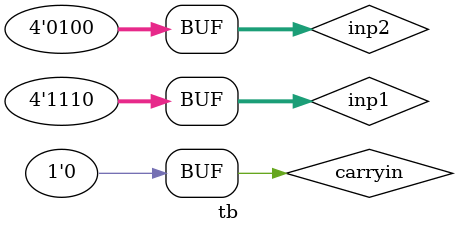
<source format=v>
module HA(sout,cout,a,b);
	output sout,cout;
	input a,b;
	assign sout=a^b;
	assign cout=(a&b);
endmodule

module FA(sout,cout,a,b,cin);
	output sout,cout;
	input a,b,cin;
	assign sout=(a^b^cin);
	assign cout=((a&b)|(a&cin)|(b&cin));
endmodule

module gray_cell(a, b, ci, si, co, so);
	input a, b, ci, si;
	output co, so;
	FA fa(so, co, ci, ~(a&b), si);
endmodule	 

module white_cell(a, b, ci, si, co, so);
	input a, b, ci, si;
	output co, so;
	FA fa(so, co, ci, (a&b), si);
endmodule

module multiple4bits(a, b, p,cout);
	input [3:0]a;
	input [3:0]b;
	output [7:0]p;
	output cout;
	wire w1, w2, w3, w4, w5, w6, w7, w8, w9;
	wire w10, w11, w12, w13, w14, w15, w16, w17;
	wire w18, w19, w20, w21, w22, w23, w24, w25;
	wire w26, w27, w28, w29, w30, w31;
	//\\//\\//\\//\\//\\//\\//\\//\\//\\//\\//\\//\\//\\//\\//\\//
	gray_cell g0_0(a[3],b[0],0,0,w1,w2);
	white_cell w0_1(a[2],b[0],0,0,w3,w4);
	white_cell w0_2(a[1],b[0],0,0,w5,w6);
	white_cell w0_3(a[0],b[0],0,0,w7,p[0]);
	//\\//\\//\\//\\//\\//\\//\\//\\//\\//\\//\\//\\//\\//\\//\\//
	gray_cell g1_0(a[3],b[1],0,w1,w8,w9);
	white_cell w1_1(a[2],b[1],w2,w3,w10,w11);
	white_cell w1_2(a[1],b[1],w4,w5,w12,w13);
	white_cell w1_3(a[0],b[1],w6,w7,w14,p[1]);
	//\\//\\//\\//\\//\\//\\//\\//\\//\\//\\//\\//\\//\\//\\//\\//
	gray_cell g2_0(a[3],b[2],0,w8,w15,w16);
	white_cell w2_1(a[2],b[2],w9,w10,w17,w18);
	white_cell w2_2(a[1],b[2],w11,w12,w19,w20);
	white_cell w2_3(a[0],b[2],w13,w14,w21,p[2]);
	//\\//\\//\\//\\//\\//\\//\\//\\//\\//\\//\\//\\//\\//\\//\\//
	white_cell w3_0(a[3],b[3],0,w15,w22,w23);
	gray_cell g3_1(a[2],b[3],w16,w17,w24,w25);
	gray_cell g3_2(a[1],b[3],w18,w19,w26,w27);
	gray_cell g3_3(a[0],b[3],w20,w21,w28,p[3]);
	//\\//\\//\\//\\//\\//\\//\\//\\//\\//\\//\\//\\//\\//\\//\\//
	FA f3(p[4],w29,w27,w28,1'b1);
	FA f2(p[5],w30,w25,w26,w29);
	FA f1(p[6],w31,w23,w24,w30);
	FA f0(p[7],cout,1'b1,w22,w31);
endmodule

module tb;
	reg [3:0] inp1, inp2;
	reg carryin;
	wire carryout;
	wire [7:0] ans;
	
	initial
		begin
			inp1 = 0;
			inp2 = 0;
			carryin = 0;
		end
	
	always
		begin
			#10 inp1 = 1010;
			#10 inp2 = 1010;
			#10 inp1 = 1001;
			#10 inp2 = 0010;
			#10 inp1 = 0110;
			#10 inp2 = 1000;
			#10 inp1 = 0110;
			inp2 = 20;
		end
	
	multiply4bits mul4(inp1,inp2,ans,carryout);
	
endmodule





</source>
